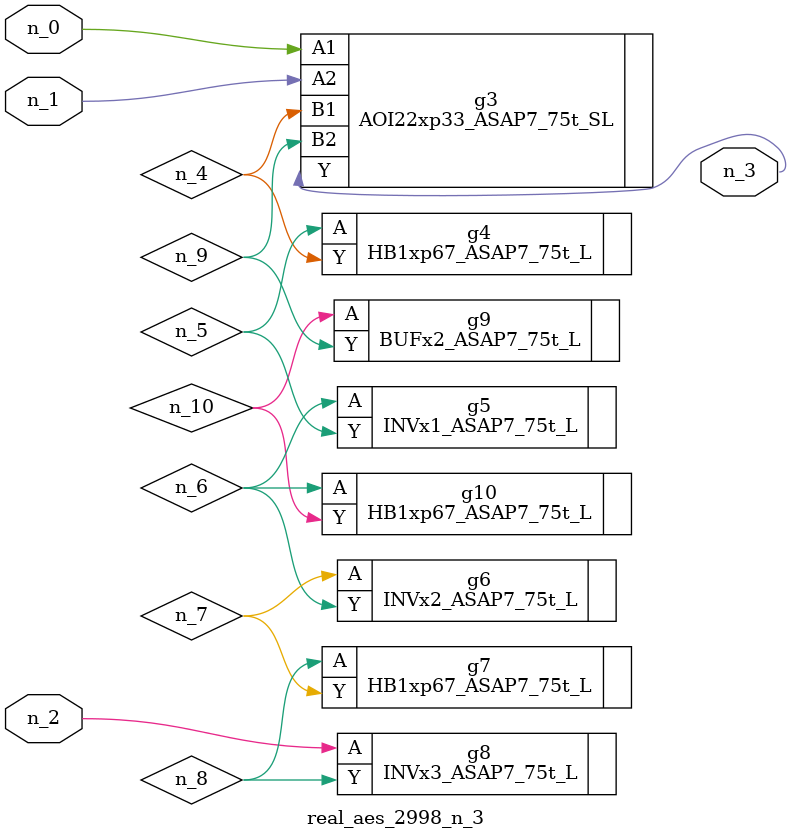
<source format=v>
module real_aes_2998_n_3 (n_0, n_2, n_1, n_3);
input n_0;
input n_2;
input n_1;
output n_3;
wire n_4;
wire n_5;
wire n_7;
wire n_9;
wire n_6;
wire n_8;
wire n_10;
AOI22xp33_ASAP7_75t_SL g3 ( .A1(n_0), .A2(n_1), .B1(n_4), .B2(n_9), .Y(n_3) );
INVx3_ASAP7_75t_L g8 ( .A(n_2), .Y(n_8) );
HB1xp67_ASAP7_75t_L g4 ( .A(n_5), .Y(n_4) );
INVx1_ASAP7_75t_L g5 ( .A(n_6), .Y(n_5) );
HB1xp67_ASAP7_75t_L g10 ( .A(n_6), .Y(n_10) );
INVx2_ASAP7_75t_L g6 ( .A(n_7), .Y(n_6) );
HB1xp67_ASAP7_75t_L g7 ( .A(n_8), .Y(n_7) );
BUFx2_ASAP7_75t_L g9 ( .A(n_10), .Y(n_9) );
endmodule
</source>
